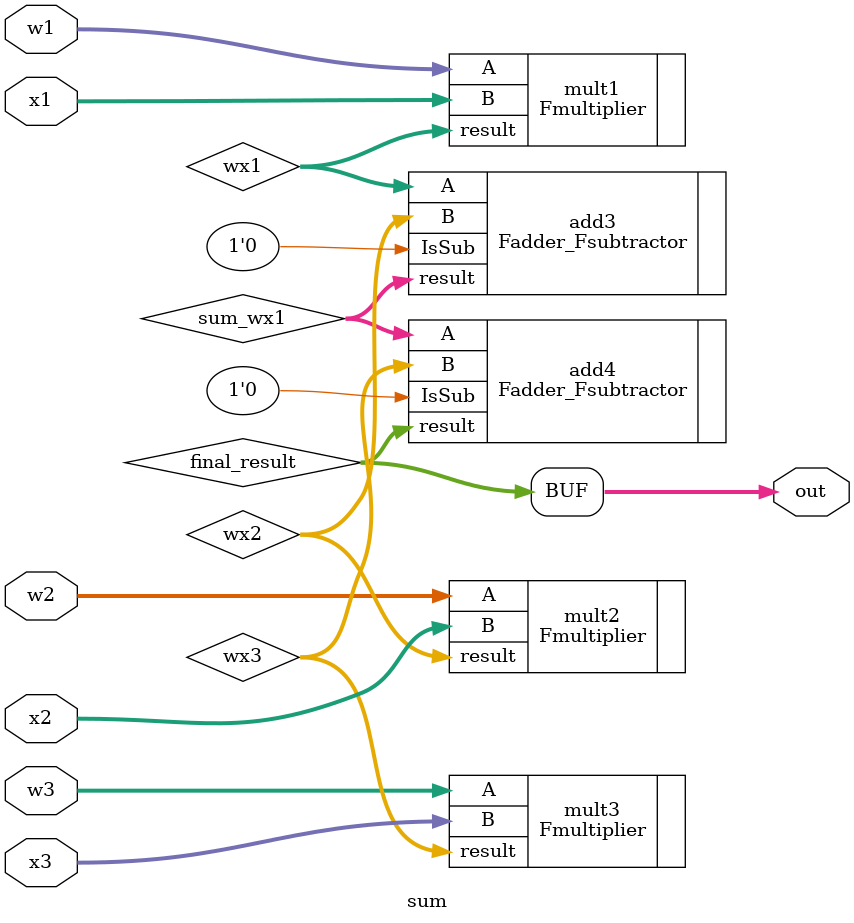
<source format=v>
module sum(
    input [31:0] x1, x2, x3,
    input [31:0] w1, w2, w3,
    output[31:0] out
);

wire [31:0] wx1;
wire [31:0] wx2;
wire [31:0] wx3;
wire [31:0] sum_wx1, sum_wx2;
wire [31:0] final_result;

Fmultiplier mult1(.A(w1), .B(x1), .result(wx1));
Fmultiplier mult2(.A(w2), .B(x2), .result(wx2));
Fmultiplier mult3(.A(w3), .B(x3), .result(wx3));

Fadder_Fsubtractor add3(.IsSub(1'b0), .A(wx1), .B(wx2), .result(sum_wx1));
Fadder_Fsubtractor add4(.IsSub(1'b0), .A(sum_wx1), .B(wx3), .result(final_result));

assign out = final_result;

endmodule
</source>
